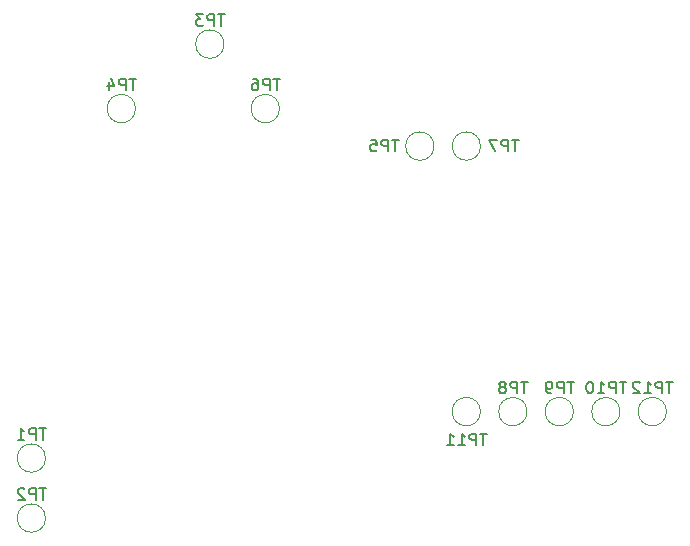
<source format=gbo>
G04 #@! TF.GenerationSoftware,KiCad,Pcbnew,6.0.2+dfsg-1*
G04 #@! TF.CreationDate,2024-05-29T15:37:31-06:00*
G04 #@! TF.ProjectId,mss-atlasadapter,6d73732d-6174-46c6-9173-616461707465,rev?*
G04 #@! TF.SameCoordinates,Original*
G04 #@! TF.FileFunction,Legend,Bot*
G04 #@! TF.FilePolarity,Positive*
%FSLAX46Y46*%
G04 Gerber Fmt 4.6, Leading zero omitted, Abs format (unit mm)*
G04 Created by KiCad (PCBNEW 6.0.2+dfsg-1) date 2024-05-29 15:37:31*
%MOMM*%
%LPD*%
G01*
G04 APERTURE LIST*
%ADD10C,0.150000*%
%ADD11C,0.120000*%
G04 APERTURE END LIST*
D10*
X70349904Y-168777380D02*
X69778476Y-168777380D01*
X70064190Y-169777380D02*
X70064190Y-168777380D01*
X69445142Y-169777380D02*
X69445142Y-168777380D01*
X69064190Y-168777380D01*
X68968952Y-168825000D01*
X68921333Y-168872619D01*
X68873714Y-168967857D01*
X68873714Y-169110714D01*
X68921333Y-169205952D01*
X68968952Y-169253571D01*
X69064190Y-169301190D01*
X69445142Y-169301190D01*
X68302285Y-169205952D02*
X68397523Y-169158333D01*
X68445142Y-169110714D01*
X68492761Y-169015476D01*
X68492761Y-168967857D01*
X68445142Y-168872619D01*
X68397523Y-168825000D01*
X68302285Y-168777380D01*
X68111809Y-168777380D01*
X68016571Y-168825000D01*
X67968952Y-168872619D01*
X67921333Y-168967857D01*
X67921333Y-169015476D01*
X67968952Y-169110714D01*
X68016571Y-169158333D01*
X68111809Y-169205952D01*
X68302285Y-169205952D01*
X68397523Y-169253571D01*
X68445142Y-169301190D01*
X68492761Y-169396428D01*
X68492761Y-169586904D01*
X68445142Y-169682142D01*
X68397523Y-169729761D01*
X68302285Y-169777380D01*
X68111809Y-169777380D01*
X68016571Y-169729761D01*
X67968952Y-169682142D01*
X67921333Y-169586904D01*
X67921333Y-169396428D01*
X67968952Y-169301190D01*
X68016571Y-169253571D01*
X68111809Y-169205952D01*
X29582904Y-177794380D02*
X29011476Y-177794380D01*
X29297190Y-178794380D02*
X29297190Y-177794380D01*
X28678142Y-178794380D02*
X28678142Y-177794380D01*
X28297190Y-177794380D01*
X28201952Y-177842000D01*
X28154333Y-177889619D01*
X28106714Y-177984857D01*
X28106714Y-178127714D01*
X28154333Y-178222952D01*
X28201952Y-178270571D01*
X28297190Y-178318190D01*
X28678142Y-178318190D01*
X27725761Y-177889619D02*
X27678142Y-177842000D01*
X27582904Y-177794380D01*
X27344809Y-177794380D01*
X27249571Y-177842000D01*
X27201952Y-177889619D01*
X27154333Y-177984857D01*
X27154333Y-178080095D01*
X27201952Y-178222952D01*
X27773380Y-178794380D01*
X27154333Y-178794380D01*
X69587904Y-148296380D02*
X69016476Y-148296380D01*
X69302190Y-149296380D02*
X69302190Y-148296380D01*
X68683142Y-149296380D02*
X68683142Y-148296380D01*
X68302190Y-148296380D01*
X68206952Y-148344000D01*
X68159333Y-148391619D01*
X68111714Y-148486857D01*
X68111714Y-148629714D01*
X68159333Y-148724952D01*
X68206952Y-148772571D01*
X68302190Y-148820190D01*
X68683142Y-148820190D01*
X67778380Y-148296380D02*
X67111714Y-148296380D01*
X67540285Y-149296380D01*
X59427904Y-148296380D02*
X58856476Y-148296380D01*
X59142190Y-149296380D02*
X59142190Y-148296380D01*
X58523142Y-149296380D02*
X58523142Y-148296380D01*
X58142190Y-148296380D01*
X58046952Y-148344000D01*
X57999333Y-148391619D01*
X57951714Y-148486857D01*
X57951714Y-148629714D01*
X57999333Y-148724952D01*
X58046952Y-148772571D01*
X58142190Y-148820190D01*
X58523142Y-148820190D01*
X57046952Y-148296380D02*
X57523142Y-148296380D01*
X57570761Y-148772571D01*
X57523142Y-148724952D01*
X57427904Y-148677333D01*
X57189809Y-148677333D01*
X57094571Y-148724952D01*
X57046952Y-148772571D01*
X56999333Y-148867809D01*
X56999333Y-149105904D01*
X57046952Y-149201142D01*
X57094571Y-149248761D01*
X57189809Y-149296380D01*
X57427904Y-149296380D01*
X57523142Y-149248761D01*
X57570761Y-149201142D01*
X66889095Y-173188380D02*
X66317666Y-173188380D01*
X66603380Y-174188380D02*
X66603380Y-173188380D01*
X65984333Y-174188380D02*
X65984333Y-173188380D01*
X65603380Y-173188380D01*
X65508142Y-173236000D01*
X65460523Y-173283619D01*
X65412904Y-173378857D01*
X65412904Y-173521714D01*
X65460523Y-173616952D01*
X65508142Y-173664571D01*
X65603380Y-173712190D01*
X65984333Y-173712190D01*
X64460523Y-174188380D02*
X65031952Y-174188380D01*
X64746238Y-174188380D02*
X64746238Y-173188380D01*
X64841476Y-173331238D01*
X64936714Y-173426476D01*
X65031952Y-173474095D01*
X63508142Y-174188380D02*
X64079571Y-174188380D01*
X63793857Y-174188380D02*
X63793857Y-173188380D01*
X63889095Y-173331238D01*
X63984333Y-173426476D01*
X64079571Y-173474095D01*
X49394904Y-143123380D02*
X48823476Y-143123380D01*
X49109190Y-144123380D02*
X49109190Y-143123380D01*
X48490142Y-144123380D02*
X48490142Y-143123380D01*
X48109190Y-143123380D01*
X48013952Y-143171000D01*
X47966333Y-143218619D01*
X47918714Y-143313857D01*
X47918714Y-143456714D01*
X47966333Y-143551952D01*
X48013952Y-143599571D01*
X48109190Y-143647190D01*
X48490142Y-143647190D01*
X47061571Y-143123380D02*
X47252047Y-143123380D01*
X47347285Y-143171000D01*
X47394904Y-143218619D01*
X47490142Y-143361476D01*
X47537761Y-143551952D01*
X47537761Y-143932904D01*
X47490142Y-144028142D01*
X47442523Y-144075761D01*
X47347285Y-144123380D01*
X47156809Y-144123380D01*
X47061571Y-144075761D01*
X47013952Y-144028142D01*
X46966333Y-143932904D01*
X46966333Y-143694809D01*
X47013952Y-143599571D01*
X47061571Y-143551952D01*
X47156809Y-143504333D01*
X47347285Y-143504333D01*
X47442523Y-143551952D01*
X47490142Y-143599571D01*
X47537761Y-143694809D01*
X44695904Y-137662380D02*
X44124476Y-137662380D01*
X44410190Y-138662380D02*
X44410190Y-137662380D01*
X43791142Y-138662380D02*
X43791142Y-137662380D01*
X43410190Y-137662380D01*
X43314952Y-137710000D01*
X43267333Y-137757619D01*
X43219714Y-137852857D01*
X43219714Y-137995714D01*
X43267333Y-138090952D01*
X43314952Y-138138571D01*
X43410190Y-138186190D01*
X43791142Y-138186190D01*
X42886380Y-137662380D02*
X42267333Y-137662380D01*
X42600666Y-138043333D01*
X42457809Y-138043333D01*
X42362571Y-138090952D01*
X42314952Y-138138571D01*
X42267333Y-138233809D01*
X42267333Y-138471904D01*
X42314952Y-138567142D01*
X42362571Y-138614761D01*
X42457809Y-138662380D01*
X42743523Y-138662380D01*
X42838761Y-138614761D01*
X42886380Y-138567142D01*
X29582904Y-172714380D02*
X29011476Y-172714380D01*
X29297190Y-173714380D02*
X29297190Y-172714380D01*
X28678142Y-173714380D02*
X28678142Y-172714380D01*
X28297190Y-172714380D01*
X28201952Y-172762000D01*
X28154333Y-172809619D01*
X28106714Y-172904857D01*
X28106714Y-173047714D01*
X28154333Y-173142952D01*
X28201952Y-173190571D01*
X28297190Y-173238190D01*
X28678142Y-173238190D01*
X27154333Y-173714380D02*
X27725761Y-173714380D01*
X27440047Y-173714380D02*
X27440047Y-172714380D01*
X27535285Y-172857238D01*
X27630523Y-172952476D01*
X27725761Y-173000095D01*
X37202904Y-143123380D02*
X36631476Y-143123380D01*
X36917190Y-144123380D02*
X36917190Y-143123380D01*
X36298142Y-144123380D02*
X36298142Y-143123380D01*
X35917190Y-143123380D01*
X35821952Y-143171000D01*
X35774333Y-143218619D01*
X35726714Y-143313857D01*
X35726714Y-143456714D01*
X35774333Y-143551952D01*
X35821952Y-143599571D01*
X35917190Y-143647190D01*
X36298142Y-143647190D01*
X34869571Y-143456714D02*
X34869571Y-144123380D01*
X35107666Y-143075761D02*
X35345761Y-143790047D01*
X34726714Y-143790047D01*
X74286904Y-168777380D02*
X73715476Y-168777380D01*
X74001190Y-169777380D02*
X74001190Y-168777380D01*
X73382142Y-169777380D02*
X73382142Y-168777380D01*
X73001190Y-168777380D01*
X72905952Y-168825000D01*
X72858333Y-168872619D01*
X72810714Y-168967857D01*
X72810714Y-169110714D01*
X72858333Y-169205952D01*
X72905952Y-169253571D01*
X73001190Y-169301190D01*
X73382142Y-169301190D01*
X72334523Y-169777380D02*
X72144047Y-169777380D01*
X72048809Y-169729761D01*
X72001190Y-169682142D01*
X71905952Y-169539285D01*
X71858333Y-169348809D01*
X71858333Y-168967857D01*
X71905952Y-168872619D01*
X71953571Y-168825000D01*
X72048809Y-168777380D01*
X72239285Y-168777380D01*
X72334523Y-168825000D01*
X72382142Y-168872619D01*
X72429761Y-168967857D01*
X72429761Y-169205952D01*
X72382142Y-169301190D01*
X72334523Y-169348809D01*
X72239285Y-169396428D01*
X72048809Y-169396428D01*
X71953571Y-169348809D01*
X71905952Y-169301190D01*
X71858333Y-169205952D01*
X82637095Y-168777380D02*
X82065666Y-168777380D01*
X82351380Y-169777380D02*
X82351380Y-168777380D01*
X81732333Y-169777380D02*
X81732333Y-168777380D01*
X81351380Y-168777380D01*
X81256142Y-168825000D01*
X81208523Y-168872619D01*
X81160904Y-168967857D01*
X81160904Y-169110714D01*
X81208523Y-169205952D01*
X81256142Y-169253571D01*
X81351380Y-169301190D01*
X81732333Y-169301190D01*
X80208523Y-169777380D02*
X80779952Y-169777380D01*
X80494238Y-169777380D02*
X80494238Y-168777380D01*
X80589476Y-168920238D01*
X80684714Y-169015476D01*
X80779952Y-169063095D01*
X79827571Y-168872619D02*
X79779952Y-168825000D01*
X79684714Y-168777380D01*
X79446619Y-168777380D01*
X79351380Y-168825000D01*
X79303761Y-168872619D01*
X79256142Y-168967857D01*
X79256142Y-169063095D01*
X79303761Y-169205952D01*
X79875190Y-169777380D01*
X79256142Y-169777380D01*
X78700095Y-168777380D02*
X78128666Y-168777380D01*
X78414380Y-169777380D02*
X78414380Y-168777380D01*
X77795333Y-169777380D02*
X77795333Y-168777380D01*
X77414380Y-168777380D01*
X77319142Y-168825000D01*
X77271523Y-168872619D01*
X77223904Y-168967857D01*
X77223904Y-169110714D01*
X77271523Y-169205952D01*
X77319142Y-169253571D01*
X77414380Y-169301190D01*
X77795333Y-169301190D01*
X76271523Y-169777380D02*
X76842952Y-169777380D01*
X76557238Y-169777380D02*
X76557238Y-168777380D01*
X76652476Y-168920238D01*
X76747714Y-169015476D01*
X76842952Y-169063095D01*
X75652476Y-168777380D02*
X75557238Y-168777380D01*
X75462000Y-168825000D01*
X75414380Y-168872619D01*
X75366761Y-168967857D01*
X75319142Y-169158333D01*
X75319142Y-169396428D01*
X75366761Y-169586904D01*
X75414380Y-169682142D01*
X75462000Y-169729761D01*
X75557238Y-169777380D01*
X75652476Y-169777380D01*
X75747714Y-169729761D01*
X75795333Y-169682142D01*
X75842952Y-169586904D01*
X75890571Y-169396428D01*
X75890571Y-169158333D01*
X75842952Y-168967857D01*
X75795333Y-168872619D01*
X75747714Y-168825000D01*
X75652476Y-168777380D01*
D11*
X70288000Y-171323000D02*
G75*
G03*
X70288000Y-171323000I-1200000J0D01*
G01*
X29521000Y-180340000D02*
G75*
G03*
X29521000Y-180340000I-1200000J0D01*
G01*
X66351000Y-148844000D02*
G75*
G03*
X66351000Y-148844000I-1200000J0D01*
G01*
X62414000Y-148844000D02*
G75*
G03*
X62414000Y-148844000I-1200000J0D01*
G01*
X66351000Y-171323000D02*
G75*
G03*
X66351000Y-171323000I-1200000J0D01*
G01*
X49333000Y-145669000D02*
G75*
G03*
X49333000Y-145669000I-1200000J0D01*
G01*
X44634000Y-140208000D02*
G75*
G03*
X44634000Y-140208000I-1200000J0D01*
G01*
X29521000Y-175260000D02*
G75*
G03*
X29521000Y-175260000I-1200000J0D01*
G01*
X37141000Y-145669000D02*
G75*
G03*
X37141000Y-145669000I-1200000J0D01*
G01*
X74225000Y-171323000D02*
G75*
G03*
X74225000Y-171323000I-1200000J0D01*
G01*
X82099000Y-171323000D02*
G75*
G03*
X82099000Y-171323000I-1200000J0D01*
G01*
X78162000Y-171323000D02*
G75*
G03*
X78162000Y-171323000I-1200000J0D01*
G01*
M02*

</source>
